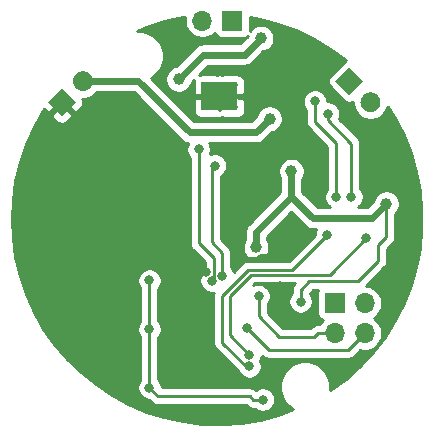
<source format=gbr>
%TF.GenerationSoftware,KiCad,Pcbnew,(5.1.6)-1*%
%TF.CreationDate,2020-09-12T21:12:53+02:00*%
%TF.ProjectId,shock absorber control + IMU v3,73686f63-6b20-4616-9273-6f7262657220,rev?*%
%TF.SameCoordinates,Original*%
%TF.FileFunction,Copper,L2,Bot*%
%TF.FilePolarity,Positive*%
%FSLAX46Y46*%
G04 Gerber Fmt 4.6, Leading zero omitted, Abs format (unit mm)*
G04 Created by KiCad (PCBNEW (5.1.6)-1) date 2020-09-12 21:12:53*
%MOMM*%
%LPD*%
G01*
G04 APERTURE LIST*
%TA.AperFunction,ComponentPad*%
%ADD10O,1.700000X1.700000*%
%TD*%
%TA.AperFunction,ComponentPad*%
%ADD11R,1.700000X1.700000*%
%TD*%
%TA.AperFunction,ComponentPad*%
%ADD12C,0.100000*%
%TD*%
%TA.AperFunction,Conductor*%
%ADD13R,3.100000X2.410000*%
%TD*%
%TA.AperFunction,ViaPad*%
%ADD14C,0.500000*%
%TD*%
%TA.AperFunction,ViaPad*%
%ADD15C,1.000000*%
%TD*%
%TA.AperFunction,ViaPad*%
%ADD16C,0.800000*%
%TD*%
%TA.AperFunction,Conductor*%
%ADD17C,0.500000*%
%TD*%
%TA.AperFunction,Conductor*%
%ADD18C,0.250000*%
%TD*%
%TA.AperFunction,Conductor*%
%ADD19C,0.600000*%
%TD*%
%TA.AperFunction,Conductor*%
%ADD20C,0.254000*%
%TD*%
G04 APERTURE END LIST*
D10*
%TO.P,J3,4*%
%TO.N,/SWDIO*%
X157540000Y-104640000D03*
%TO.P,J3,3*%
%TO.N,/SWDCLK*%
X155000000Y-104640000D03*
%TO.P,J3,2*%
%TO.N,/UART_TX*%
X157540000Y-102100000D03*
D11*
%TO.P,J3,1*%
%TO.N,/UART_RX*%
X155000000Y-102100000D03*
%TD*%
%TO.P,J4,2*%
%TO.N,Net-(J4-Pad2)*%
%TA.AperFunction,ComponentPad*%
G36*
G01*
X157420010Y-85697092D02*
X157420010Y-85697092D01*
G75*
G02*
X157420010Y-84495010I601041J601041D01*
G01*
X157420010Y-84495010D01*
G75*
G02*
X158622092Y-84495010I601041J-601041D01*
G01*
X158622092Y-84495010D01*
G75*
G02*
X158622092Y-85697092I-601041J-601041D01*
G01*
X158622092Y-85697092D01*
G75*
G02*
X157420010Y-85697092I-601041J601041D01*
G01*
G37*
%TD.AperFunction*%
%TA.AperFunction,ComponentPad*%
D12*
%TO.P,J4,1*%
%TO.N,Net-(J4-Pad1)*%
G36*
X156225000Y-84502082D02*
G01*
X155022918Y-83300000D01*
X156225000Y-82097918D01*
X157427082Y-83300000D01*
X156225000Y-84502082D01*
G37*
%TD.AperFunction*%
%TD*%
%TO.P,J1,2*%
%TO.N,VCC*%
%TA.AperFunction,ComponentPad*%
G36*
G01*
X134276041Y-83901041D02*
X134276041Y-83901041D01*
G75*
G02*
X133073959Y-83901041I-601041J601041D01*
G01*
X133073959Y-83901041D01*
G75*
G02*
X133073959Y-82698959I601041J601041D01*
G01*
X133073959Y-82698959D01*
G75*
G02*
X134276041Y-82698959I601041J-601041D01*
G01*
X134276041Y-82698959D01*
G75*
G02*
X134276041Y-83901041I-601041J-601041D01*
G01*
G37*
%TD.AperFunction*%
%TA.AperFunction,ComponentPad*%
%TO.P,J1,1*%
%TO.N,GND*%
G36*
X133081031Y-85096051D02*
G01*
X131878949Y-86298133D01*
X130676867Y-85096051D01*
X131878949Y-83893969D01*
X133081031Y-85096051D01*
G37*
%TD.AperFunction*%
%TD*%
D10*
%TO.P,J2,2*%
%TO.N,Net-(J2-Pad2)*%
X143785000Y-78175000D03*
D11*
%TO.P,J2,1*%
%TO.N,Net-(J2-Pad1)*%
X146325000Y-78175000D03*
%TD*%
D13*
%TO.N,GND*%
%TO.C,U4*%
X145225000Y-84575000D03*
D14*
X146525000Y-83620000D03*
X146525000Y-85530000D03*
X145225000Y-83620000D03*
X145225000Y-85530000D03*
X143925000Y-83620000D03*
X143925000Y-85530000D03*
%TD*%
D15*
%TO.N,GND*%
X150900000Y-98100000D03*
%TO.N,+3V3*%
X148325000Y-97375000D03*
D16*
%TO.N,GND*%
X134425000Y-108125000D03*
X141350000Y-80300000D03*
X160650000Y-90275000D03*
X136225000Y-84825000D03*
X148300000Y-93550000D03*
X148275000Y-92550000D03*
X144075000Y-99450000D03*
X141950000Y-93750000D03*
X136425000Y-86800000D03*
X133375000Y-96475000D03*
X133500000Y-98650000D03*
X147075000Y-97025000D03*
X140600000Y-101625000D03*
X137900000Y-106925000D03*
X159800000Y-98400000D03*
X132100000Y-105200000D03*
X137725000Y-101200000D03*
X138800000Y-94175000D03*
X152174990Y-103950000D03*
X157775000Y-87725000D03*
X146150000Y-111750000D03*
X141575000Y-111475000D03*
D15*
X150375000Y-100700000D03*
D16*
%TO.N,+3V3*%
X139300000Y-104300000D03*
X152110000Y-101970000D03*
D15*
X151325000Y-90925000D03*
D16*
X139300000Y-100175000D03*
X139300000Y-109250000D03*
X148900000Y-110275000D03*
D15*
X148750000Y-79675000D03*
X141775000Y-83150000D03*
X159370000Y-93690000D03*
%TO.N,VCC*%
X149470000Y-86480000D03*
D16*
%TO.N,/I2C_SDA*%
X144575000Y-100200000D03*
X143475000Y-89075000D03*
%TO.N,/I2C_SCL*%
X145450000Y-99775000D03*
X144850000Y-90450000D03*
%TO.N,/SHDN*%
X147775000Y-107450000D03*
X154325000Y-96350000D03*
%TO.N,/MODE*%
X147775000Y-106475000D03*
X157680000Y-96625000D03*
%TO.N,Net-(J4-Pad2)*%
X156410000Y-93100000D03*
X154410000Y-86050000D03*
%TO.N,Net-(J4-Pad1)*%
X155140000Y-93110000D03*
X153320000Y-85020000D03*
%TO.N,/SWDCLK*%
X148550000Y-101500000D03*
%TO.N,/SWDIO*%
X147550000Y-104200000D03*
%TD*%
D17*
%TO.N,GND*%
X148508002Y-98450000D02*
X146975000Y-98450000D01*
X148758002Y-98200000D02*
X148508002Y-98450000D01*
X150900000Y-98100000D02*
X150800000Y-98200000D01*
X150800000Y-98200000D02*
X148758002Y-98200000D01*
D18*
%TO.N,+3V3*%
X139300000Y-100175000D02*
X139300000Y-104300000D01*
X139300000Y-104300000D02*
X139300000Y-109250000D01*
D19*
X141775000Y-83150000D02*
X143875000Y-81050000D01*
X147375000Y-81050000D02*
X148750000Y-79675000D01*
X143875000Y-81050000D02*
X147375000Y-81050000D01*
X159370000Y-93690000D02*
X158140000Y-94920000D01*
X158140000Y-94920000D02*
X153150000Y-94920000D01*
X151325000Y-93095000D02*
X151325000Y-90925000D01*
X153150000Y-94920000D02*
X151325000Y-93095000D01*
D18*
X152105000Y-101970000D02*
X152110000Y-101970000D01*
X140050000Y-110000000D02*
X139300000Y-109250000D01*
X147825000Y-110000000D02*
X140050000Y-110000000D01*
X148900000Y-110275000D02*
X148100000Y-110275000D01*
X148100000Y-110275000D02*
X147825000Y-110000000D01*
D19*
X148325000Y-96095000D02*
X151325000Y-93095000D01*
X148325000Y-97375000D02*
X148325000Y-96095000D01*
D18*
X152110000Y-101970000D02*
X152110000Y-100990000D01*
X152110000Y-100990000D02*
X152850000Y-100250000D01*
X152850000Y-100250000D02*
X156925000Y-100250000D01*
X156925000Y-100250000D02*
X158675000Y-98500000D01*
X158675000Y-98500000D02*
X158675000Y-97200000D01*
X159370000Y-96505000D02*
X159370000Y-93690000D01*
X158675000Y-97200000D02*
X159370000Y-96505000D01*
D19*
%TO.N,VCC*%
X133675000Y-83300000D02*
X138370000Y-83300000D01*
X138370000Y-83300000D02*
X142710000Y-87640000D01*
X148310000Y-87640000D02*
X149470000Y-86480000D01*
X142710000Y-87640000D02*
X148310000Y-87640000D01*
D18*
%TO.N,/I2C_SDA*%
X144750000Y-98300000D02*
X143475000Y-97025000D01*
X143475000Y-97025000D02*
X143475000Y-89075000D01*
X144575000Y-100200000D02*
X144750000Y-100025000D01*
X144750000Y-100025000D02*
X144750000Y-98300000D01*
%TO.N,/I2C_SCL*%
X144575000Y-96950000D02*
X145450000Y-97825000D01*
X145450000Y-97825000D02*
X145450000Y-99775000D01*
X144850000Y-90450000D02*
X144575000Y-90725000D01*
X144575000Y-90725000D02*
X144575000Y-96950000D01*
%TO.N,/SHDN*%
X151400000Y-99275000D02*
X154325000Y-96350000D01*
X147450000Y-107450000D02*
X145450000Y-105450000D01*
X147775000Y-107450000D02*
X147450000Y-107450000D01*
X145450000Y-105450000D02*
X145450000Y-101475000D01*
X145450000Y-101475000D02*
X147650000Y-99275000D01*
X147650000Y-99275000D02*
X151400000Y-99275000D01*
%TO.N,/MODE*%
X154630000Y-99675000D02*
X157680000Y-96625000D01*
X147925000Y-99675000D02*
X154630000Y-99675000D01*
X146100000Y-101500000D02*
X147925000Y-99675000D01*
X147775000Y-106475000D02*
X146100000Y-104800000D01*
X146100000Y-104800000D02*
X146100000Y-101500000D01*
%TO.N,Net-(J4-Pad2)*%
X156410000Y-93100000D02*
X156410000Y-88635000D01*
X156410000Y-88635000D02*
X154400000Y-86625000D01*
X154400000Y-86060000D02*
X154410000Y-86050000D01*
X154400000Y-86625000D02*
X154400000Y-86060000D01*
%TO.N,Net-(J4-Pad1)*%
X155140000Y-93110000D02*
X155140000Y-88565000D01*
X153320000Y-86745000D02*
X153320000Y-85020000D01*
X155140000Y-88565000D02*
X153320000Y-86745000D01*
%TO.N,/UART_RX*%
X155100000Y-102415000D02*
X155100000Y-102400000D01*
X154840000Y-102675000D02*
X155100000Y-102415000D01*
%TO.N,/SWDCLK*%
X148550000Y-101500000D02*
X148550000Y-103225000D01*
X148550000Y-103225000D02*
X150275000Y-104950000D01*
X150275000Y-104950000D02*
X153225000Y-104950000D01*
X153535000Y-104640000D02*
X155000000Y-104640000D01*
X153225000Y-104950000D02*
X153535000Y-104640000D01*
%TO.N,/SWDIO*%
X147550000Y-104200000D02*
X149425000Y-106075000D01*
X156105000Y-106075000D02*
X157540000Y-104640000D01*
X149425000Y-106075000D02*
X156105000Y-106075000D01*
%TD*%
D20*
%TO.N,GND*%
G36*
X142300000Y-78028740D02*
G01*
X142300000Y-78321260D01*
X142357068Y-78608158D01*
X142469010Y-78878411D01*
X142631525Y-79121632D01*
X142838368Y-79328475D01*
X143081589Y-79490990D01*
X143351842Y-79602932D01*
X143638740Y-79660000D01*
X143931260Y-79660000D01*
X144218158Y-79602932D01*
X144488411Y-79490990D01*
X144731632Y-79328475D01*
X144863487Y-79196620D01*
X144885498Y-79269180D01*
X144944463Y-79379494D01*
X145023815Y-79476185D01*
X145120506Y-79555537D01*
X145230820Y-79614502D01*
X145350518Y-79650812D01*
X145475000Y-79663072D01*
X147175000Y-79663072D01*
X147299482Y-79650812D01*
X147419180Y-79614502D01*
X147529494Y-79555537D01*
X147626185Y-79476185D01*
X147634270Y-79466333D01*
X147633747Y-79468964D01*
X146987711Y-80115000D01*
X143920924Y-80115000D01*
X143874999Y-80110477D01*
X143829074Y-80115000D01*
X143829068Y-80115000D01*
X143710110Y-80126717D01*
X143691707Y-80128529D01*
X143638243Y-80144747D01*
X143515460Y-80181993D01*
X143353028Y-80268814D01*
X143210656Y-80385656D01*
X143181376Y-80421334D01*
X141568964Y-82033747D01*
X141443933Y-82058617D01*
X141237376Y-82144176D01*
X141051480Y-82268388D01*
X140893388Y-82426480D01*
X140769176Y-82612376D01*
X140683617Y-82818933D01*
X140640000Y-83038212D01*
X140640000Y-83261788D01*
X140683617Y-83481067D01*
X140769176Y-83687624D01*
X140893388Y-83873520D01*
X141051480Y-84031612D01*
X141237376Y-84155824D01*
X141443933Y-84241383D01*
X141663212Y-84285000D01*
X141886788Y-84285000D01*
X142106067Y-84241383D01*
X142312624Y-84155824D01*
X142498520Y-84031612D01*
X142656612Y-83873520D01*
X142780824Y-83687624D01*
X142866383Y-83481067D01*
X142891253Y-83356036D01*
X143069835Y-83177454D01*
X143049188Y-83245518D01*
X143036928Y-83370000D01*
X143040000Y-84289250D01*
X143198750Y-84448000D01*
X143611445Y-84448000D01*
X143667974Y-84471328D01*
X143838998Y-84505113D01*
X144013328Y-84504884D01*
X144184264Y-84470649D01*
X144238944Y-84448000D01*
X144911445Y-84448000D01*
X144967974Y-84471328D01*
X145138998Y-84505113D01*
X145313328Y-84504884D01*
X145484264Y-84470649D01*
X145538944Y-84448000D01*
X146211445Y-84448000D01*
X146267974Y-84471328D01*
X146438998Y-84505113D01*
X146613328Y-84504884D01*
X146784264Y-84470649D01*
X146838944Y-84448000D01*
X147251250Y-84448000D01*
X147410000Y-84289250D01*
X147413072Y-83370000D01*
X147400812Y-83245518D01*
X147364502Y-83125820D01*
X147305537Y-83015506D01*
X147226185Y-82918815D01*
X147129494Y-82839463D01*
X147019180Y-82780498D01*
X146899482Y-82744188D01*
X146775000Y-82731928D01*
X145510750Y-82735000D01*
X145477894Y-82767856D01*
X145352002Y-82742986D01*
X145352002Y-82735000D01*
X145311574Y-82735000D01*
X145311002Y-82734887D01*
X145224979Y-82735000D01*
X145097998Y-82735000D01*
X145097998Y-82742862D01*
X144972289Y-82768039D01*
X144939250Y-82735000D01*
X143675000Y-82731928D01*
X143550518Y-82744188D01*
X143482455Y-82764835D01*
X144262290Y-81985000D01*
X147329068Y-81985000D01*
X147375000Y-81989524D01*
X147420932Y-81985000D01*
X147558292Y-81971471D01*
X147734540Y-81918007D01*
X147896972Y-81831186D01*
X148039344Y-81714344D01*
X148068630Y-81678659D01*
X148956036Y-80791253D01*
X149081067Y-80766383D01*
X149287624Y-80680824D01*
X149473520Y-80556612D01*
X149631612Y-80398520D01*
X149755824Y-80212624D01*
X149841383Y-80006067D01*
X149885000Y-79786788D01*
X149885000Y-79563212D01*
X149841383Y-79343933D01*
X149755824Y-79137376D01*
X149631612Y-78951480D01*
X149473520Y-78793388D01*
X149287624Y-78669176D01*
X149081067Y-78583617D01*
X148861788Y-78540000D01*
X148638212Y-78540000D01*
X148418933Y-78583617D01*
X148212376Y-78669176D01*
X148026480Y-78793388D01*
X147868388Y-78951480D01*
X147812002Y-79035868D01*
X147813072Y-79025000D01*
X147813072Y-77901980D01*
X148633148Y-78037787D01*
X150205551Y-78452533D01*
X151732207Y-79012698D01*
X153199701Y-79713361D01*
X154595135Y-80548363D01*
X155906246Y-81510366D01*
X155932875Y-81534043D01*
X155870506Y-81567381D01*
X155773815Y-81646733D01*
X154571733Y-82848815D01*
X154492381Y-82945506D01*
X154433416Y-83055820D01*
X154397106Y-83175518D01*
X154384846Y-83300000D01*
X154397106Y-83424482D01*
X154433416Y-83544180D01*
X154492381Y-83654494D01*
X154571733Y-83751185D01*
X155773815Y-84953267D01*
X155870506Y-85032619D01*
X155980820Y-85091584D01*
X156100518Y-85127894D01*
X156225000Y-85140154D01*
X156349482Y-85127894D01*
X156469180Y-85091584D01*
X156536051Y-85055840D01*
X156536051Y-85242311D01*
X156593119Y-85529209D01*
X156705061Y-85799462D01*
X156867576Y-86042683D01*
X157074419Y-86249526D01*
X157317640Y-86412041D01*
X157587893Y-86523983D01*
X157874791Y-86581051D01*
X158167311Y-86581051D01*
X158454209Y-86523983D01*
X158724462Y-86412041D01*
X158967683Y-86249526D01*
X159174526Y-86042683D01*
X159337041Y-85799462D01*
X159448983Y-85529209D01*
X159464369Y-85451858D01*
X160090216Y-86444195D01*
X160825088Y-87894859D01*
X161420888Y-89407964D01*
X161872381Y-90970212D01*
X162175599Y-92567874D01*
X162327877Y-94186910D01*
X162327877Y-95813090D01*
X162175599Y-97432126D01*
X161872381Y-99029788D01*
X161420888Y-100592036D01*
X160825088Y-102105141D01*
X160090216Y-103555805D01*
X159222731Y-104931281D01*
X158230256Y-106219481D01*
X157121513Y-107409083D01*
X155906246Y-108489634D01*
X154597085Y-109450206D01*
X154610000Y-109385279D01*
X154610000Y-108964721D01*
X154527953Y-108552244D01*
X154367012Y-108163698D01*
X154133363Y-107814017D01*
X153835983Y-107516637D01*
X153486302Y-107282988D01*
X153097756Y-107122047D01*
X152685279Y-107040000D01*
X152264721Y-107040000D01*
X151852244Y-107122047D01*
X151463698Y-107282988D01*
X151114017Y-107516637D01*
X150816637Y-107814017D01*
X150582988Y-108163698D01*
X150422047Y-108552244D01*
X150340000Y-108964721D01*
X150340000Y-109385279D01*
X150422047Y-109797756D01*
X150582988Y-110186302D01*
X150816637Y-110535983D01*
X151114017Y-110833363D01*
X151463698Y-111067012D01*
X151487781Y-111076987D01*
X150205551Y-111547467D01*
X148633148Y-111962213D01*
X147028817Y-112227894D01*
X145406657Y-112342176D01*
X143780923Y-112304054D01*
X142165902Y-112113863D01*
X140575788Y-111773276D01*
X139024553Y-111285284D01*
X137525831Y-110654176D01*
X136092792Y-109885499D01*
X134738031Y-108986008D01*
X133473451Y-107963607D01*
X132310168Y-106827281D01*
X131258403Y-105587017D01*
X130327399Y-104253714D01*
X129525340Y-102839089D01*
X128859272Y-101355574D01*
X128422520Y-100073061D01*
X138265000Y-100073061D01*
X138265000Y-100276939D01*
X138304774Y-100476898D01*
X138382795Y-100665256D01*
X138496063Y-100834774D01*
X138540000Y-100878711D01*
X138540001Y-103596288D01*
X138496063Y-103640226D01*
X138382795Y-103809744D01*
X138304774Y-103998102D01*
X138265000Y-104198061D01*
X138265000Y-104401939D01*
X138304774Y-104601898D01*
X138382795Y-104790256D01*
X138496063Y-104959774D01*
X138540000Y-105003711D01*
X138540001Y-108546288D01*
X138496063Y-108590226D01*
X138382795Y-108759744D01*
X138304774Y-108948102D01*
X138265000Y-109148061D01*
X138265000Y-109351939D01*
X138304774Y-109551898D01*
X138382795Y-109740256D01*
X138496063Y-109909774D01*
X138640226Y-110053937D01*
X138809744Y-110167205D01*
X138998102Y-110245226D01*
X139198061Y-110285000D01*
X139260198Y-110285000D01*
X139486201Y-110511002D01*
X139509999Y-110540001D01*
X139625724Y-110634974D01*
X139757753Y-110705546D01*
X139901014Y-110749003D01*
X140012667Y-110760000D01*
X140012676Y-110760000D01*
X140049999Y-110763676D01*
X140087322Y-110760000D01*
X147510199Y-110760000D01*
X147536196Y-110785997D01*
X147559999Y-110815001D01*
X147675724Y-110909974D01*
X147807753Y-110980546D01*
X147951014Y-111024003D01*
X148062667Y-111035000D01*
X148062675Y-111035000D01*
X148100000Y-111038676D01*
X148137325Y-111035000D01*
X148196289Y-111035000D01*
X148240226Y-111078937D01*
X148409744Y-111192205D01*
X148598102Y-111270226D01*
X148798061Y-111310000D01*
X149001939Y-111310000D01*
X149201898Y-111270226D01*
X149390256Y-111192205D01*
X149559774Y-111078937D01*
X149703937Y-110934774D01*
X149817205Y-110765256D01*
X149895226Y-110576898D01*
X149935000Y-110376939D01*
X149935000Y-110173061D01*
X149895226Y-109973102D01*
X149817205Y-109784744D01*
X149703937Y-109615226D01*
X149559774Y-109471063D01*
X149390256Y-109357795D01*
X149201898Y-109279774D01*
X149001939Y-109240000D01*
X148798061Y-109240000D01*
X148598102Y-109279774D01*
X148409744Y-109357795D01*
X148316435Y-109420142D01*
X148249276Y-109365026D01*
X148117247Y-109294454D01*
X147973986Y-109250997D01*
X147862333Y-109240000D01*
X147862322Y-109240000D01*
X147825000Y-109236324D01*
X147787678Y-109240000D01*
X140364802Y-109240000D01*
X140335000Y-109210198D01*
X140335000Y-109148061D01*
X140295226Y-108948102D01*
X140217205Y-108759744D01*
X140103937Y-108590226D01*
X140060000Y-108546289D01*
X140060000Y-105003711D01*
X140103937Y-104959774D01*
X140217205Y-104790256D01*
X140295226Y-104601898D01*
X140335000Y-104401939D01*
X140335000Y-104198061D01*
X140295226Y-103998102D01*
X140217205Y-103809744D01*
X140103937Y-103640226D01*
X140060000Y-103596289D01*
X140060000Y-100878711D01*
X140103937Y-100834774D01*
X140217205Y-100665256D01*
X140295226Y-100476898D01*
X140335000Y-100276939D01*
X140335000Y-100073061D01*
X140295226Y-99873102D01*
X140217205Y-99684744D01*
X140103937Y-99515226D01*
X139959774Y-99371063D01*
X139790256Y-99257795D01*
X139601898Y-99179774D01*
X139401939Y-99140000D01*
X139198061Y-99140000D01*
X138998102Y-99179774D01*
X138809744Y-99257795D01*
X138640226Y-99371063D01*
X138496063Y-99515226D01*
X138382795Y-99684744D01*
X138304774Y-99873102D01*
X138265000Y-100073061D01*
X128422520Y-100073061D01*
X128335049Y-99816205D01*
X127957278Y-98234512D01*
X127729280Y-96624394D01*
X127653057Y-95000000D01*
X127729280Y-93375606D01*
X127957278Y-91765488D01*
X128335049Y-90183795D01*
X128859272Y-88644426D01*
X129525340Y-87160911D01*
X130113440Y-86123654D01*
X131030951Y-86123654D01*
X131030951Y-86348160D01*
X131427764Y-86749318D01*
X131524455Y-86828671D01*
X131634769Y-86887635D01*
X131754468Y-86923944D01*
X131878949Y-86936204D01*
X132003430Y-86923944D01*
X132123129Y-86887635D01*
X132233443Y-86828671D01*
X132330134Y-86749318D01*
X132726947Y-86348160D01*
X132726947Y-86123654D01*
X131878949Y-85275656D01*
X131030951Y-86123654D01*
X130113440Y-86123654D01*
X130327399Y-85746286D01*
X130368053Y-85688065D01*
X130626840Y-85944049D01*
X130851346Y-85944049D01*
X131699344Y-85096051D01*
X131685202Y-85081909D01*
X131864807Y-84902304D01*
X131878949Y-84916446D01*
X131893092Y-84902304D01*
X132072697Y-85081909D01*
X132058554Y-85096051D01*
X132906552Y-85944049D01*
X133131058Y-85944049D01*
X133532216Y-85547236D01*
X133611569Y-85450545D01*
X133670533Y-85340231D01*
X133706842Y-85220532D01*
X133719102Y-85096051D01*
X133706842Y-84971570D01*
X133670533Y-84851871D01*
X133634790Y-84785000D01*
X133821260Y-84785000D01*
X134108158Y-84727932D01*
X134378411Y-84615990D01*
X134621632Y-84453475D01*
X134828475Y-84246632D01*
X134836247Y-84235000D01*
X137982711Y-84235000D01*
X142016370Y-88268659D01*
X142045656Y-88304344D01*
X142188028Y-88421186D01*
X142350460Y-88508007D01*
X142526708Y-88561471D01*
X142570466Y-88565781D01*
X142557795Y-88584744D01*
X142479774Y-88773102D01*
X142440000Y-88973061D01*
X142440000Y-89176939D01*
X142479774Y-89376898D01*
X142557795Y-89565256D01*
X142671063Y-89734774D01*
X142715001Y-89778712D01*
X142715000Y-96987678D01*
X142711324Y-97025000D01*
X142715000Y-97062322D01*
X142715000Y-97062332D01*
X142725997Y-97173985D01*
X142754721Y-97268677D01*
X142769454Y-97317246D01*
X142840026Y-97449276D01*
X142870812Y-97486788D01*
X142934999Y-97565001D01*
X142964003Y-97588804D01*
X143990001Y-98614803D01*
X143990000Y-99346100D01*
X143915226Y-99396063D01*
X143771063Y-99540226D01*
X143657795Y-99709744D01*
X143579774Y-99898102D01*
X143540000Y-100098061D01*
X143540000Y-100301939D01*
X143579774Y-100501898D01*
X143657795Y-100690256D01*
X143771063Y-100859774D01*
X143915226Y-101003937D01*
X144084744Y-101117205D01*
X144273102Y-101195226D01*
X144473061Y-101235000D01*
X144676939Y-101235000D01*
X144731924Y-101224063D01*
X144700998Y-101326015D01*
X144686324Y-101475000D01*
X144690001Y-101512332D01*
X144690000Y-105412677D01*
X144686324Y-105450000D01*
X144690000Y-105487322D01*
X144690000Y-105487332D01*
X144700997Y-105598985D01*
X144735788Y-105713676D01*
X144744454Y-105742246D01*
X144815026Y-105874276D01*
X144854871Y-105922826D01*
X144909999Y-105990001D01*
X144939003Y-106013804D01*
X146852379Y-107927181D01*
X146857795Y-107940256D01*
X146971063Y-108109774D01*
X147115226Y-108253937D01*
X147284744Y-108367205D01*
X147473102Y-108445226D01*
X147673061Y-108485000D01*
X147876939Y-108485000D01*
X148076898Y-108445226D01*
X148265256Y-108367205D01*
X148434774Y-108253937D01*
X148578937Y-108109774D01*
X148692205Y-107940256D01*
X148770226Y-107751898D01*
X148810000Y-107551939D01*
X148810000Y-107348061D01*
X148770226Y-107148102D01*
X148693347Y-106962500D01*
X148770226Y-106776898D01*
X148810000Y-106576939D01*
X148810000Y-106534803D01*
X148861205Y-106586008D01*
X148884999Y-106615001D01*
X148913992Y-106638795D01*
X148913996Y-106638799D01*
X148984685Y-106696811D01*
X149000724Y-106709974D01*
X149132753Y-106780546D01*
X149276014Y-106824003D01*
X149387667Y-106835000D01*
X149387676Y-106835000D01*
X149424999Y-106838676D01*
X149462322Y-106835000D01*
X156067678Y-106835000D01*
X156105000Y-106838676D01*
X156142322Y-106835000D01*
X156142333Y-106835000D01*
X156253986Y-106824003D01*
X156397247Y-106780546D01*
X156529276Y-106709974D01*
X156645001Y-106615001D01*
X156668803Y-106585998D01*
X157173592Y-106081210D01*
X157393740Y-106125000D01*
X157686260Y-106125000D01*
X157973158Y-106067932D01*
X158243411Y-105955990D01*
X158486632Y-105793475D01*
X158693475Y-105586632D01*
X158855990Y-105343411D01*
X158967932Y-105073158D01*
X159025000Y-104786260D01*
X159025000Y-104493740D01*
X158967932Y-104206842D01*
X158855990Y-103936589D01*
X158693475Y-103693368D01*
X158486632Y-103486525D01*
X158312240Y-103370000D01*
X158486632Y-103253475D01*
X158693475Y-103046632D01*
X158855990Y-102803411D01*
X158967932Y-102533158D01*
X159025000Y-102246260D01*
X159025000Y-101953740D01*
X158967932Y-101666842D01*
X158855990Y-101396589D01*
X158693475Y-101153368D01*
X158486632Y-100946525D01*
X158243411Y-100784010D01*
X157973158Y-100672068D01*
X157686260Y-100615000D01*
X157634801Y-100615000D01*
X159186004Y-99063798D01*
X159215001Y-99040001D01*
X159309974Y-98924276D01*
X159380546Y-98792247D01*
X159424003Y-98648986D01*
X159435000Y-98537333D01*
X159435000Y-98537325D01*
X159438676Y-98500000D01*
X159435000Y-98462675D01*
X159435000Y-97514802D01*
X159881009Y-97068794D01*
X159910001Y-97045001D01*
X159933795Y-97016008D01*
X159933799Y-97016004D01*
X160004973Y-96929277D01*
X160004974Y-96929276D01*
X160075546Y-96797247D01*
X160119003Y-96653986D01*
X160130000Y-96542333D01*
X160130000Y-96542324D01*
X160133676Y-96505001D01*
X160130000Y-96467678D01*
X160130000Y-94535132D01*
X160251612Y-94413520D01*
X160375824Y-94227624D01*
X160461383Y-94021067D01*
X160505000Y-93801788D01*
X160505000Y-93578212D01*
X160461383Y-93358933D01*
X160375824Y-93152376D01*
X160251612Y-92966480D01*
X160093520Y-92808388D01*
X159907624Y-92684176D01*
X159701067Y-92598617D01*
X159481788Y-92555000D01*
X159258212Y-92555000D01*
X159038933Y-92598617D01*
X158832376Y-92684176D01*
X158646480Y-92808388D01*
X158488388Y-92966480D01*
X158364176Y-93152376D01*
X158278617Y-93358933D01*
X158253747Y-93483964D01*
X157752711Y-93985000D01*
X156948454Y-93985000D01*
X157069774Y-93903937D01*
X157213937Y-93759774D01*
X157327205Y-93590256D01*
X157405226Y-93401898D01*
X157445000Y-93201939D01*
X157445000Y-92998061D01*
X157405226Y-92798102D01*
X157327205Y-92609744D01*
X157213937Y-92440226D01*
X157170000Y-92396289D01*
X157170000Y-88672322D01*
X157173676Y-88634999D01*
X157170000Y-88597676D01*
X157170000Y-88597667D01*
X157159003Y-88486014D01*
X157115546Y-88342753D01*
X157044974Y-88210724D01*
X156950001Y-88094999D01*
X156921003Y-88071201D01*
X155345614Y-86495813D01*
X155405226Y-86351898D01*
X155445000Y-86151939D01*
X155445000Y-85948061D01*
X155405226Y-85748102D01*
X155327205Y-85559744D01*
X155213937Y-85390226D01*
X155069774Y-85246063D01*
X154900256Y-85132795D01*
X154711898Y-85054774D01*
X154511939Y-85015000D01*
X154355000Y-85015000D01*
X154355000Y-84918061D01*
X154315226Y-84718102D01*
X154237205Y-84529744D01*
X154123937Y-84360226D01*
X153979774Y-84216063D01*
X153810256Y-84102795D01*
X153621898Y-84024774D01*
X153421939Y-83985000D01*
X153218061Y-83985000D01*
X153018102Y-84024774D01*
X152829744Y-84102795D01*
X152660226Y-84216063D01*
X152516063Y-84360226D01*
X152402795Y-84529744D01*
X152324774Y-84718102D01*
X152285000Y-84918061D01*
X152285000Y-85121939D01*
X152324774Y-85321898D01*
X152402795Y-85510256D01*
X152516063Y-85679774D01*
X152560001Y-85723712D01*
X152560000Y-86707677D01*
X152556324Y-86745000D01*
X152560000Y-86782322D01*
X152560000Y-86782332D01*
X152570997Y-86893985D01*
X152603754Y-87001972D01*
X152614454Y-87037246D01*
X152685026Y-87169276D01*
X152713130Y-87203520D01*
X152779999Y-87285001D01*
X152809003Y-87308804D01*
X154380001Y-88879803D01*
X154380000Y-92406289D01*
X154336063Y-92450226D01*
X154222795Y-92619744D01*
X154144774Y-92808102D01*
X154105000Y-93008061D01*
X154105000Y-93211939D01*
X154144774Y-93411898D01*
X154222795Y-93600256D01*
X154336063Y-93769774D01*
X154480226Y-93913937D01*
X154586580Y-93985000D01*
X153537289Y-93985000D01*
X152260000Y-92707711D01*
X152260000Y-91568619D01*
X152330824Y-91462624D01*
X152416383Y-91256067D01*
X152460000Y-91036788D01*
X152460000Y-90813212D01*
X152416383Y-90593933D01*
X152330824Y-90387376D01*
X152206612Y-90201480D01*
X152048520Y-90043388D01*
X151862624Y-89919176D01*
X151656067Y-89833617D01*
X151436788Y-89790000D01*
X151213212Y-89790000D01*
X150993933Y-89833617D01*
X150787376Y-89919176D01*
X150601480Y-90043388D01*
X150443388Y-90201480D01*
X150319176Y-90387376D01*
X150233617Y-90593933D01*
X150190000Y-90813212D01*
X150190000Y-91036788D01*
X150233617Y-91256067D01*
X150319176Y-91462624D01*
X150390001Y-91568620D01*
X150390000Y-92707711D01*
X147696336Y-95401375D01*
X147660657Y-95430656D01*
X147543815Y-95573028D01*
X147481172Y-95690226D01*
X147456994Y-95735460D01*
X147403529Y-95911709D01*
X147385476Y-96095000D01*
X147390001Y-96140941D01*
X147390001Y-96731380D01*
X147319176Y-96837376D01*
X147233617Y-97043933D01*
X147190000Y-97263212D01*
X147190000Y-97486788D01*
X147233617Y-97706067D01*
X147319176Y-97912624D01*
X147443388Y-98098520D01*
X147601480Y-98256612D01*
X147787376Y-98380824D01*
X147993933Y-98466383D01*
X148213212Y-98510000D01*
X148436788Y-98510000D01*
X148656067Y-98466383D01*
X148862624Y-98380824D01*
X149048520Y-98256612D01*
X149206612Y-98098520D01*
X149330824Y-97912624D01*
X149416383Y-97706067D01*
X149460000Y-97486788D01*
X149460000Y-97263212D01*
X149416383Y-97043933D01*
X149330824Y-96837376D01*
X149260000Y-96731381D01*
X149260000Y-96482289D01*
X151325000Y-94417289D01*
X152456370Y-95548659D01*
X152485656Y-95584344D01*
X152628028Y-95701186D01*
X152790460Y-95788007D01*
X152862828Y-95809959D01*
X152966708Y-95841472D01*
X153150000Y-95859524D01*
X153195935Y-95855000D01*
X153410965Y-95855000D01*
X153407795Y-95859744D01*
X153329774Y-96048102D01*
X153290000Y-96248061D01*
X153290000Y-96310198D01*
X151085199Y-98515000D01*
X147687323Y-98515000D01*
X147650000Y-98511324D01*
X147612677Y-98515000D01*
X147612667Y-98515000D01*
X147501014Y-98525997D01*
X147357753Y-98569454D01*
X147225724Y-98640026D01*
X147109999Y-98734999D01*
X147086201Y-98763997D01*
X146425271Y-99424927D01*
X146367205Y-99284744D01*
X146253937Y-99115226D01*
X146210000Y-99071289D01*
X146210000Y-97862323D01*
X146213676Y-97825000D01*
X146210000Y-97787677D01*
X146210000Y-97787667D01*
X146199003Y-97676014D01*
X146155546Y-97532753D01*
X146084974Y-97400724D01*
X145990001Y-97284999D01*
X145961004Y-97261202D01*
X145335000Y-96635199D01*
X145335000Y-91369382D01*
X145340256Y-91367205D01*
X145509774Y-91253937D01*
X145653937Y-91109774D01*
X145767205Y-90940256D01*
X145845226Y-90751898D01*
X145885000Y-90551939D01*
X145885000Y-90348061D01*
X145845226Y-90148102D01*
X145767205Y-89959744D01*
X145653937Y-89790226D01*
X145509774Y-89646063D01*
X145340256Y-89532795D01*
X145151898Y-89454774D01*
X144951939Y-89415000D01*
X144748061Y-89415000D01*
X144548102Y-89454774D01*
X144415159Y-89509841D01*
X144470226Y-89376898D01*
X144510000Y-89176939D01*
X144510000Y-88973061D01*
X144470226Y-88773102D01*
X144392205Y-88584744D01*
X144385694Y-88575000D01*
X148264068Y-88575000D01*
X148310000Y-88579524D01*
X148355932Y-88575000D01*
X148493292Y-88561471D01*
X148669540Y-88508007D01*
X148831972Y-88421186D01*
X148974344Y-88304344D01*
X149003630Y-88268659D01*
X149676036Y-87596253D01*
X149801067Y-87571383D01*
X150007624Y-87485824D01*
X150193520Y-87361612D01*
X150351612Y-87203520D01*
X150475824Y-87017624D01*
X150561383Y-86811067D01*
X150605000Y-86591788D01*
X150605000Y-86368212D01*
X150561383Y-86148933D01*
X150475824Y-85942376D01*
X150351612Y-85756480D01*
X150193520Y-85598388D01*
X150007624Y-85474176D01*
X149801067Y-85388617D01*
X149581788Y-85345000D01*
X149358212Y-85345000D01*
X149138933Y-85388617D01*
X148932376Y-85474176D01*
X148746480Y-85598388D01*
X148588388Y-85756480D01*
X148464176Y-85942376D01*
X148378617Y-86148933D01*
X148353747Y-86273964D01*
X147922711Y-86705000D01*
X143097289Y-86705000D01*
X142172289Y-85780000D01*
X143036928Y-85780000D01*
X143049188Y-85904482D01*
X143085498Y-86024180D01*
X143144463Y-86134494D01*
X143223815Y-86231185D01*
X143320506Y-86310537D01*
X143430820Y-86369502D01*
X143550518Y-86405812D01*
X143675000Y-86418072D01*
X144939250Y-86415000D01*
X144972106Y-86382144D01*
X145138998Y-86415113D01*
X145313328Y-86414884D01*
X145477711Y-86381961D01*
X145510750Y-86415000D01*
X146775000Y-86418072D01*
X146899482Y-86405812D01*
X147019180Y-86369502D01*
X147129494Y-86310537D01*
X147226185Y-86231185D01*
X147305537Y-86134494D01*
X147364502Y-86024180D01*
X147400812Y-85904482D01*
X147413072Y-85780000D01*
X147410000Y-84860750D01*
X147251250Y-84702000D01*
X146838555Y-84702000D01*
X146782026Y-84678672D01*
X146611002Y-84644887D01*
X146436672Y-84645116D01*
X146265736Y-84679351D01*
X146211056Y-84702000D01*
X145538555Y-84702000D01*
X145482026Y-84678672D01*
X145311002Y-84644887D01*
X145136672Y-84645116D01*
X144965736Y-84679351D01*
X144911056Y-84702000D01*
X144238555Y-84702000D01*
X144182026Y-84678672D01*
X144011002Y-84644887D01*
X143836672Y-84645116D01*
X143665736Y-84679351D01*
X143611056Y-84702000D01*
X143198750Y-84702000D01*
X143040000Y-84860750D01*
X143036928Y-85780000D01*
X142172289Y-85780000D01*
X139431056Y-83038767D01*
X139730983Y-82838363D01*
X140028363Y-82540983D01*
X140262012Y-82191302D01*
X140422953Y-81802756D01*
X140505000Y-81390279D01*
X140505000Y-80969721D01*
X140422953Y-80557244D01*
X140262012Y-80168698D01*
X140028363Y-79819017D01*
X139730983Y-79521637D01*
X139381302Y-79287988D01*
X138992756Y-79127047D01*
X138580279Y-79045000D01*
X138240212Y-79045000D01*
X139024553Y-78714716D01*
X140575788Y-78226724D01*
X142165902Y-77886137D01*
X142332263Y-77866546D01*
X142300000Y-78028740D01*
G37*
X142300000Y-78028740D02*
X142300000Y-78321260D01*
X142357068Y-78608158D01*
X142469010Y-78878411D01*
X142631525Y-79121632D01*
X142838368Y-79328475D01*
X143081589Y-79490990D01*
X143351842Y-79602932D01*
X143638740Y-79660000D01*
X143931260Y-79660000D01*
X144218158Y-79602932D01*
X144488411Y-79490990D01*
X144731632Y-79328475D01*
X144863487Y-79196620D01*
X144885498Y-79269180D01*
X144944463Y-79379494D01*
X145023815Y-79476185D01*
X145120506Y-79555537D01*
X145230820Y-79614502D01*
X145350518Y-79650812D01*
X145475000Y-79663072D01*
X147175000Y-79663072D01*
X147299482Y-79650812D01*
X147419180Y-79614502D01*
X147529494Y-79555537D01*
X147626185Y-79476185D01*
X147634270Y-79466333D01*
X147633747Y-79468964D01*
X146987711Y-80115000D01*
X143920924Y-80115000D01*
X143874999Y-80110477D01*
X143829074Y-80115000D01*
X143829068Y-80115000D01*
X143710110Y-80126717D01*
X143691707Y-80128529D01*
X143638243Y-80144747D01*
X143515460Y-80181993D01*
X143353028Y-80268814D01*
X143210656Y-80385656D01*
X143181376Y-80421334D01*
X141568964Y-82033747D01*
X141443933Y-82058617D01*
X141237376Y-82144176D01*
X141051480Y-82268388D01*
X140893388Y-82426480D01*
X140769176Y-82612376D01*
X140683617Y-82818933D01*
X140640000Y-83038212D01*
X140640000Y-83261788D01*
X140683617Y-83481067D01*
X140769176Y-83687624D01*
X140893388Y-83873520D01*
X141051480Y-84031612D01*
X141237376Y-84155824D01*
X141443933Y-84241383D01*
X141663212Y-84285000D01*
X141886788Y-84285000D01*
X142106067Y-84241383D01*
X142312624Y-84155824D01*
X142498520Y-84031612D01*
X142656612Y-83873520D01*
X142780824Y-83687624D01*
X142866383Y-83481067D01*
X142891253Y-83356036D01*
X143069835Y-83177454D01*
X143049188Y-83245518D01*
X143036928Y-83370000D01*
X143040000Y-84289250D01*
X143198750Y-84448000D01*
X143611445Y-84448000D01*
X143667974Y-84471328D01*
X143838998Y-84505113D01*
X144013328Y-84504884D01*
X144184264Y-84470649D01*
X144238944Y-84448000D01*
X144911445Y-84448000D01*
X144967974Y-84471328D01*
X145138998Y-84505113D01*
X145313328Y-84504884D01*
X145484264Y-84470649D01*
X145538944Y-84448000D01*
X146211445Y-84448000D01*
X146267974Y-84471328D01*
X146438998Y-84505113D01*
X146613328Y-84504884D01*
X146784264Y-84470649D01*
X146838944Y-84448000D01*
X147251250Y-84448000D01*
X147410000Y-84289250D01*
X147413072Y-83370000D01*
X147400812Y-83245518D01*
X147364502Y-83125820D01*
X147305537Y-83015506D01*
X147226185Y-82918815D01*
X147129494Y-82839463D01*
X147019180Y-82780498D01*
X146899482Y-82744188D01*
X146775000Y-82731928D01*
X145510750Y-82735000D01*
X145477894Y-82767856D01*
X145352002Y-82742986D01*
X145352002Y-82735000D01*
X145311574Y-82735000D01*
X145311002Y-82734887D01*
X145224979Y-82735000D01*
X145097998Y-82735000D01*
X145097998Y-82742862D01*
X144972289Y-82768039D01*
X144939250Y-82735000D01*
X143675000Y-82731928D01*
X143550518Y-82744188D01*
X143482455Y-82764835D01*
X144262290Y-81985000D01*
X147329068Y-81985000D01*
X147375000Y-81989524D01*
X147420932Y-81985000D01*
X147558292Y-81971471D01*
X147734540Y-81918007D01*
X147896972Y-81831186D01*
X148039344Y-81714344D01*
X148068630Y-81678659D01*
X148956036Y-80791253D01*
X149081067Y-80766383D01*
X149287624Y-80680824D01*
X149473520Y-80556612D01*
X149631612Y-80398520D01*
X149755824Y-80212624D01*
X149841383Y-80006067D01*
X149885000Y-79786788D01*
X149885000Y-79563212D01*
X149841383Y-79343933D01*
X149755824Y-79137376D01*
X149631612Y-78951480D01*
X149473520Y-78793388D01*
X149287624Y-78669176D01*
X149081067Y-78583617D01*
X148861788Y-78540000D01*
X148638212Y-78540000D01*
X148418933Y-78583617D01*
X148212376Y-78669176D01*
X148026480Y-78793388D01*
X147868388Y-78951480D01*
X147812002Y-79035868D01*
X147813072Y-79025000D01*
X147813072Y-77901980D01*
X148633148Y-78037787D01*
X150205551Y-78452533D01*
X151732207Y-79012698D01*
X153199701Y-79713361D01*
X154595135Y-80548363D01*
X155906246Y-81510366D01*
X155932875Y-81534043D01*
X155870506Y-81567381D01*
X155773815Y-81646733D01*
X154571733Y-82848815D01*
X154492381Y-82945506D01*
X154433416Y-83055820D01*
X154397106Y-83175518D01*
X154384846Y-83300000D01*
X154397106Y-83424482D01*
X154433416Y-83544180D01*
X154492381Y-83654494D01*
X154571733Y-83751185D01*
X155773815Y-84953267D01*
X155870506Y-85032619D01*
X155980820Y-85091584D01*
X156100518Y-85127894D01*
X156225000Y-85140154D01*
X156349482Y-85127894D01*
X156469180Y-85091584D01*
X156536051Y-85055840D01*
X156536051Y-85242311D01*
X156593119Y-85529209D01*
X156705061Y-85799462D01*
X156867576Y-86042683D01*
X157074419Y-86249526D01*
X157317640Y-86412041D01*
X157587893Y-86523983D01*
X157874791Y-86581051D01*
X158167311Y-86581051D01*
X158454209Y-86523983D01*
X158724462Y-86412041D01*
X158967683Y-86249526D01*
X159174526Y-86042683D01*
X159337041Y-85799462D01*
X159448983Y-85529209D01*
X159464369Y-85451858D01*
X160090216Y-86444195D01*
X160825088Y-87894859D01*
X161420888Y-89407964D01*
X161872381Y-90970212D01*
X162175599Y-92567874D01*
X162327877Y-94186910D01*
X162327877Y-95813090D01*
X162175599Y-97432126D01*
X161872381Y-99029788D01*
X161420888Y-100592036D01*
X160825088Y-102105141D01*
X160090216Y-103555805D01*
X159222731Y-104931281D01*
X158230256Y-106219481D01*
X157121513Y-107409083D01*
X155906246Y-108489634D01*
X154597085Y-109450206D01*
X154610000Y-109385279D01*
X154610000Y-108964721D01*
X154527953Y-108552244D01*
X154367012Y-108163698D01*
X154133363Y-107814017D01*
X153835983Y-107516637D01*
X153486302Y-107282988D01*
X153097756Y-107122047D01*
X152685279Y-107040000D01*
X152264721Y-107040000D01*
X151852244Y-107122047D01*
X151463698Y-107282988D01*
X151114017Y-107516637D01*
X150816637Y-107814017D01*
X150582988Y-108163698D01*
X150422047Y-108552244D01*
X150340000Y-108964721D01*
X150340000Y-109385279D01*
X150422047Y-109797756D01*
X150582988Y-110186302D01*
X150816637Y-110535983D01*
X151114017Y-110833363D01*
X151463698Y-111067012D01*
X151487781Y-111076987D01*
X150205551Y-111547467D01*
X148633148Y-111962213D01*
X147028817Y-112227894D01*
X145406657Y-112342176D01*
X143780923Y-112304054D01*
X142165902Y-112113863D01*
X140575788Y-111773276D01*
X139024553Y-111285284D01*
X137525831Y-110654176D01*
X136092792Y-109885499D01*
X134738031Y-108986008D01*
X133473451Y-107963607D01*
X132310168Y-106827281D01*
X131258403Y-105587017D01*
X130327399Y-104253714D01*
X129525340Y-102839089D01*
X128859272Y-101355574D01*
X128422520Y-100073061D01*
X138265000Y-100073061D01*
X138265000Y-100276939D01*
X138304774Y-100476898D01*
X138382795Y-100665256D01*
X138496063Y-100834774D01*
X138540000Y-100878711D01*
X138540001Y-103596288D01*
X138496063Y-103640226D01*
X138382795Y-103809744D01*
X138304774Y-103998102D01*
X138265000Y-104198061D01*
X138265000Y-104401939D01*
X138304774Y-104601898D01*
X138382795Y-104790256D01*
X138496063Y-104959774D01*
X138540000Y-105003711D01*
X138540001Y-108546288D01*
X138496063Y-108590226D01*
X138382795Y-108759744D01*
X138304774Y-108948102D01*
X138265000Y-109148061D01*
X138265000Y-109351939D01*
X138304774Y-109551898D01*
X138382795Y-109740256D01*
X138496063Y-109909774D01*
X138640226Y-110053937D01*
X138809744Y-110167205D01*
X138998102Y-110245226D01*
X139198061Y-110285000D01*
X139260198Y-110285000D01*
X139486201Y-110511002D01*
X139509999Y-110540001D01*
X139625724Y-110634974D01*
X139757753Y-110705546D01*
X139901014Y-110749003D01*
X140012667Y-110760000D01*
X140012676Y-110760000D01*
X140049999Y-110763676D01*
X140087322Y-110760000D01*
X147510199Y-110760000D01*
X147536196Y-110785997D01*
X147559999Y-110815001D01*
X147675724Y-110909974D01*
X147807753Y-110980546D01*
X147951014Y-111024003D01*
X148062667Y-111035000D01*
X148062675Y-111035000D01*
X148100000Y-111038676D01*
X148137325Y-111035000D01*
X148196289Y-111035000D01*
X148240226Y-111078937D01*
X148409744Y-111192205D01*
X148598102Y-111270226D01*
X148798061Y-111310000D01*
X149001939Y-111310000D01*
X149201898Y-111270226D01*
X149390256Y-111192205D01*
X149559774Y-111078937D01*
X149703937Y-110934774D01*
X149817205Y-110765256D01*
X149895226Y-110576898D01*
X149935000Y-110376939D01*
X149935000Y-110173061D01*
X149895226Y-109973102D01*
X149817205Y-109784744D01*
X149703937Y-109615226D01*
X149559774Y-109471063D01*
X149390256Y-109357795D01*
X149201898Y-109279774D01*
X149001939Y-109240000D01*
X148798061Y-109240000D01*
X148598102Y-109279774D01*
X148409744Y-109357795D01*
X148316435Y-109420142D01*
X148249276Y-109365026D01*
X148117247Y-109294454D01*
X147973986Y-109250997D01*
X147862333Y-109240000D01*
X147862322Y-109240000D01*
X147825000Y-109236324D01*
X147787678Y-109240000D01*
X140364802Y-109240000D01*
X140335000Y-109210198D01*
X140335000Y-109148061D01*
X140295226Y-108948102D01*
X140217205Y-108759744D01*
X140103937Y-108590226D01*
X140060000Y-108546289D01*
X140060000Y-105003711D01*
X140103937Y-104959774D01*
X140217205Y-104790256D01*
X140295226Y-104601898D01*
X140335000Y-104401939D01*
X140335000Y-104198061D01*
X140295226Y-103998102D01*
X140217205Y-103809744D01*
X140103937Y-103640226D01*
X140060000Y-103596289D01*
X140060000Y-100878711D01*
X140103937Y-100834774D01*
X140217205Y-100665256D01*
X140295226Y-100476898D01*
X140335000Y-100276939D01*
X140335000Y-100073061D01*
X140295226Y-99873102D01*
X140217205Y-99684744D01*
X140103937Y-99515226D01*
X139959774Y-99371063D01*
X139790256Y-99257795D01*
X139601898Y-99179774D01*
X139401939Y-99140000D01*
X139198061Y-99140000D01*
X138998102Y-99179774D01*
X138809744Y-99257795D01*
X138640226Y-99371063D01*
X138496063Y-99515226D01*
X138382795Y-99684744D01*
X138304774Y-99873102D01*
X138265000Y-100073061D01*
X128422520Y-100073061D01*
X128335049Y-99816205D01*
X127957278Y-98234512D01*
X127729280Y-96624394D01*
X127653057Y-95000000D01*
X127729280Y-93375606D01*
X127957278Y-91765488D01*
X128335049Y-90183795D01*
X128859272Y-88644426D01*
X129525340Y-87160911D01*
X130113440Y-86123654D01*
X131030951Y-86123654D01*
X131030951Y-86348160D01*
X131427764Y-86749318D01*
X131524455Y-86828671D01*
X131634769Y-86887635D01*
X131754468Y-86923944D01*
X131878949Y-86936204D01*
X132003430Y-86923944D01*
X132123129Y-86887635D01*
X132233443Y-86828671D01*
X132330134Y-86749318D01*
X132726947Y-86348160D01*
X132726947Y-86123654D01*
X131878949Y-85275656D01*
X131030951Y-86123654D01*
X130113440Y-86123654D01*
X130327399Y-85746286D01*
X130368053Y-85688065D01*
X130626840Y-85944049D01*
X130851346Y-85944049D01*
X131699344Y-85096051D01*
X131685202Y-85081909D01*
X131864807Y-84902304D01*
X131878949Y-84916446D01*
X131893092Y-84902304D01*
X132072697Y-85081909D01*
X132058554Y-85096051D01*
X132906552Y-85944049D01*
X133131058Y-85944049D01*
X133532216Y-85547236D01*
X133611569Y-85450545D01*
X133670533Y-85340231D01*
X133706842Y-85220532D01*
X133719102Y-85096051D01*
X133706842Y-84971570D01*
X133670533Y-84851871D01*
X133634790Y-84785000D01*
X133821260Y-84785000D01*
X134108158Y-84727932D01*
X134378411Y-84615990D01*
X134621632Y-84453475D01*
X134828475Y-84246632D01*
X134836247Y-84235000D01*
X137982711Y-84235000D01*
X142016370Y-88268659D01*
X142045656Y-88304344D01*
X142188028Y-88421186D01*
X142350460Y-88508007D01*
X142526708Y-88561471D01*
X142570466Y-88565781D01*
X142557795Y-88584744D01*
X142479774Y-88773102D01*
X142440000Y-88973061D01*
X142440000Y-89176939D01*
X142479774Y-89376898D01*
X142557795Y-89565256D01*
X142671063Y-89734774D01*
X142715001Y-89778712D01*
X142715000Y-96987678D01*
X142711324Y-97025000D01*
X142715000Y-97062322D01*
X142715000Y-97062332D01*
X142725997Y-97173985D01*
X142754721Y-97268677D01*
X142769454Y-97317246D01*
X142840026Y-97449276D01*
X142870812Y-97486788D01*
X142934999Y-97565001D01*
X142964003Y-97588804D01*
X143990001Y-98614803D01*
X143990000Y-99346100D01*
X143915226Y-99396063D01*
X143771063Y-99540226D01*
X143657795Y-99709744D01*
X143579774Y-99898102D01*
X143540000Y-100098061D01*
X143540000Y-100301939D01*
X143579774Y-100501898D01*
X143657795Y-100690256D01*
X143771063Y-100859774D01*
X143915226Y-101003937D01*
X144084744Y-101117205D01*
X144273102Y-101195226D01*
X144473061Y-101235000D01*
X144676939Y-101235000D01*
X144731924Y-101224063D01*
X144700998Y-101326015D01*
X144686324Y-101475000D01*
X144690001Y-101512332D01*
X144690000Y-105412677D01*
X144686324Y-105450000D01*
X144690000Y-105487322D01*
X144690000Y-105487332D01*
X144700997Y-105598985D01*
X144735788Y-105713676D01*
X144744454Y-105742246D01*
X144815026Y-105874276D01*
X144854871Y-105922826D01*
X144909999Y-105990001D01*
X144939003Y-106013804D01*
X146852379Y-107927181D01*
X146857795Y-107940256D01*
X146971063Y-108109774D01*
X147115226Y-108253937D01*
X147284744Y-108367205D01*
X147473102Y-108445226D01*
X147673061Y-108485000D01*
X147876939Y-108485000D01*
X148076898Y-108445226D01*
X148265256Y-108367205D01*
X148434774Y-108253937D01*
X148578937Y-108109774D01*
X148692205Y-107940256D01*
X148770226Y-107751898D01*
X148810000Y-107551939D01*
X148810000Y-107348061D01*
X148770226Y-107148102D01*
X148693347Y-106962500D01*
X148770226Y-106776898D01*
X148810000Y-106576939D01*
X148810000Y-106534803D01*
X148861205Y-106586008D01*
X148884999Y-106615001D01*
X148913992Y-106638795D01*
X148913996Y-106638799D01*
X148984685Y-106696811D01*
X149000724Y-106709974D01*
X149132753Y-106780546D01*
X149276014Y-106824003D01*
X149387667Y-106835000D01*
X149387676Y-106835000D01*
X149424999Y-106838676D01*
X149462322Y-106835000D01*
X156067678Y-106835000D01*
X156105000Y-106838676D01*
X156142322Y-106835000D01*
X156142333Y-106835000D01*
X156253986Y-106824003D01*
X156397247Y-106780546D01*
X156529276Y-106709974D01*
X156645001Y-106615001D01*
X156668803Y-106585998D01*
X157173592Y-106081210D01*
X157393740Y-106125000D01*
X157686260Y-106125000D01*
X157973158Y-106067932D01*
X158243411Y-105955990D01*
X158486632Y-105793475D01*
X158693475Y-105586632D01*
X158855990Y-105343411D01*
X158967932Y-105073158D01*
X159025000Y-104786260D01*
X159025000Y-104493740D01*
X158967932Y-104206842D01*
X158855990Y-103936589D01*
X158693475Y-103693368D01*
X158486632Y-103486525D01*
X158312240Y-103370000D01*
X158486632Y-103253475D01*
X158693475Y-103046632D01*
X158855990Y-102803411D01*
X158967932Y-102533158D01*
X159025000Y-102246260D01*
X159025000Y-101953740D01*
X158967932Y-101666842D01*
X158855990Y-101396589D01*
X158693475Y-101153368D01*
X158486632Y-100946525D01*
X158243411Y-100784010D01*
X157973158Y-100672068D01*
X157686260Y-100615000D01*
X157634801Y-100615000D01*
X159186004Y-99063798D01*
X159215001Y-99040001D01*
X159309974Y-98924276D01*
X159380546Y-98792247D01*
X159424003Y-98648986D01*
X159435000Y-98537333D01*
X159435000Y-98537325D01*
X159438676Y-98500000D01*
X159435000Y-98462675D01*
X159435000Y-97514802D01*
X159881009Y-97068794D01*
X159910001Y-97045001D01*
X159933795Y-97016008D01*
X159933799Y-97016004D01*
X160004973Y-96929277D01*
X160004974Y-96929276D01*
X160075546Y-96797247D01*
X160119003Y-96653986D01*
X160130000Y-96542333D01*
X160130000Y-96542324D01*
X160133676Y-96505001D01*
X160130000Y-96467678D01*
X160130000Y-94535132D01*
X160251612Y-94413520D01*
X160375824Y-94227624D01*
X160461383Y-94021067D01*
X160505000Y-93801788D01*
X160505000Y-93578212D01*
X160461383Y-93358933D01*
X160375824Y-93152376D01*
X160251612Y-92966480D01*
X160093520Y-92808388D01*
X159907624Y-92684176D01*
X159701067Y-92598617D01*
X159481788Y-92555000D01*
X159258212Y-92555000D01*
X159038933Y-92598617D01*
X158832376Y-92684176D01*
X158646480Y-92808388D01*
X158488388Y-92966480D01*
X158364176Y-93152376D01*
X158278617Y-93358933D01*
X158253747Y-93483964D01*
X157752711Y-93985000D01*
X156948454Y-93985000D01*
X157069774Y-93903937D01*
X157213937Y-93759774D01*
X157327205Y-93590256D01*
X157405226Y-93401898D01*
X157445000Y-93201939D01*
X157445000Y-92998061D01*
X157405226Y-92798102D01*
X157327205Y-92609744D01*
X157213937Y-92440226D01*
X157170000Y-92396289D01*
X157170000Y-88672322D01*
X157173676Y-88634999D01*
X157170000Y-88597676D01*
X157170000Y-88597667D01*
X157159003Y-88486014D01*
X157115546Y-88342753D01*
X157044974Y-88210724D01*
X156950001Y-88094999D01*
X156921003Y-88071201D01*
X155345614Y-86495813D01*
X155405226Y-86351898D01*
X155445000Y-86151939D01*
X155445000Y-85948061D01*
X155405226Y-85748102D01*
X155327205Y-85559744D01*
X155213937Y-85390226D01*
X155069774Y-85246063D01*
X154900256Y-85132795D01*
X154711898Y-85054774D01*
X154511939Y-85015000D01*
X154355000Y-85015000D01*
X154355000Y-84918061D01*
X154315226Y-84718102D01*
X154237205Y-84529744D01*
X154123937Y-84360226D01*
X153979774Y-84216063D01*
X153810256Y-84102795D01*
X153621898Y-84024774D01*
X153421939Y-83985000D01*
X153218061Y-83985000D01*
X153018102Y-84024774D01*
X152829744Y-84102795D01*
X152660226Y-84216063D01*
X152516063Y-84360226D01*
X152402795Y-84529744D01*
X152324774Y-84718102D01*
X152285000Y-84918061D01*
X152285000Y-85121939D01*
X152324774Y-85321898D01*
X152402795Y-85510256D01*
X152516063Y-85679774D01*
X152560001Y-85723712D01*
X152560000Y-86707677D01*
X152556324Y-86745000D01*
X152560000Y-86782322D01*
X152560000Y-86782332D01*
X152570997Y-86893985D01*
X152603754Y-87001972D01*
X152614454Y-87037246D01*
X152685026Y-87169276D01*
X152713130Y-87203520D01*
X152779999Y-87285001D01*
X152809003Y-87308804D01*
X154380001Y-88879803D01*
X154380000Y-92406289D01*
X154336063Y-92450226D01*
X154222795Y-92619744D01*
X154144774Y-92808102D01*
X154105000Y-93008061D01*
X154105000Y-93211939D01*
X154144774Y-93411898D01*
X154222795Y-93600256D01*
X154336063Y-93769774D01*
X154480226Y-93913937D01*
X154586580Y-93985000D01*
X153537289Y-93985000D01*
X152260000Y-92707711D01*
X152260000Y-91568619D01*
X152330824Y-91462624D01*
X152416383Y-91256067D01*
X152460000Y-91036788D01*
X152460000Y-90813212D01*
X152416383Y-90593933D01*
X152330824Y-90387376D01*
X152206612Y-90201480D01*
X152048520Y-90043388D01*
X151862624Y-89919176D01*
X151656067Y-89833617D01*
X151436788Y-89790000D01*
X151213212Y-89790000D01*
X150993933Y-89833617D01*
X150787376Y-89919176D01*
X150601480Y-90043388D01*
X150443388Y-90201480D01*
X150319176Y-90387376D01*
X150233617Y-90593933D01*
X150190000Y-90813212D01*
X150190000Y-91036788D01*
X150233617Y-91256067D01*
X150319176Y-91462624D01*
X150390001Y-91568620D01*
X150390000Y-92707711D01*
X147696336Y-95401375D01*
X147660657Y-95430656D01*
X147543815Y-95573028D01*
X147481172Y-95690226D01*
X147456994Y-95735460D01*
X147403529Y-95911709D01*
X147385476Y-96095000D01*
X147390001Y-96140941D01*
X147390001Y-96731380D01*
X147319176Y-96837376D01*
X147233617Y-97043933D01*
X147190000Y-97263212D01*
X147190000Y-97486788D01*
X147233617Y-97706067D01*
X147319176Y-97912624D01*
X147443388Y-98098520D01*
X147601480Y-98256612D01*
X147787376Y-98380824D01*
X147993933Y-98466383D01*
X148213212Y-98510000D01*
X148436788Y-98510000D01*
X148656067Y-98466383D01*
X148862624Y-98380824D01*
X149048520Y-98256612D01*
X149206612Y-98098520D01*
X149330824Y-97912624D01*
X149416383Y-97706067D01*
X149460000Y-97486788D01*
X149460000Y-97263212D01*
X149416383Y-97043933D01*
X149330824Y-96837376D01*
X149260000Y-96731381D01*
X149260000Y-96482289D01*
X151325000Y-94417289D01*
X152456370Y-95548659D01*
X152485656Y-95584344D01*
X152628028Y-95701186D01*
X152790460Y-95788007D01*
X152862828Y-95809959D01*
X152966708Y-95841472D01*
X153150000Y-95859524D01*
X153195935Y-95855000D01*
X153410965Y-95855000D01*
X153407795Y-95859744D01*
X153329774Y-96048102D01*
X153290000Y-96248061D01*
X153290000Y-96310198D01*
X151085199Y-98515000D01*
X147687323Y-98515000D01*
X147650000Y-98511324D01*
X147612677Y-98515000D01*
X147612667Y-98515000D01*
X147501014Y-98525997D01*
X147357753Y-98569454D01*
X147225724Y-98640026D01*
X147109999Y-98734999D01*
X147086201Y-98763997D01*
X146425271Y-99424927D01*
X146367205Y-99284744D01*
X146253937Y-99115226D01*
X146210000Y-99071289D01*
X146210000Y-97862323D01*
X146213676Y-97825000D01*
X146210000Y-97787677D01*
X146210000Y-97787667D01*
X146199003Y-97676014D01*
X146155546Y-97532753D01*
X146084974Y-97400724D01*
X145990001Y-97284999D01*
X145961004Y-97261202D01*
X145335000Y-96635199D01*
X145335000Y-91369382D01*
X145340256Y-91367205D01*
X145509774Y-91253937D01*
X145653937Y-91109774D01*
X145767205Y-90940256D01*
X145845226Y-90751898D01*
X145885000Y-90551939D01*
X145885000Y-90348061D01*
X145845226Y-90148102D01*
X145767205Y-89959744D01*
X145653937Y-89790226D01*
X145509774Y-89646063D01*
X145340256Y-89532795D01*
X145151898Y-89454774D01*
X144951939Y-89415000D01*
X144748061Y-89415000D01*
X144548102Y-89454774D01*
X144415159Y-89509841D01*
X144470226Y-89376898D01*
X144510000Y-89176939D01*
X144510000Y-88973061D01*
X144470226Y-88773102D01*
X144392205Y-88584744D01*
X144385694Y-88575000D01*
X148264068Y-88575000D01*
X148310000Y-88579524D01*
X148355932Y-88575000D01*
X148493292Y-88561471D01*
X148669540Y-88508007D01*
X148831972Y-88421186D01*
X148974344Y-88304344D01*
X149003630Y-88268659D01*
X149676036Y-87596253D01*
X149801067Y-87571383D01*
X150007624Y-87485824D01*
X150193520Y-87361612D01*
X150351612Y-87203520D01*
X150475824Y-87017624D01*
X150561383Y-86811067D01*
X150605000Y-86591788D01*
X150605000Y-86368212D01*
X150561383Y-86148933D01*
X150475824Y-85942376D01*
X150351612Y-85756480D01*
X150193520Y-85598388D01*
X150007624Y-85474176D01*
X149801067Y-85388617D01*
X149581788Y-85345000D01*
X149358212Y-85345000D01*
X149138933Y-85388617D01*
X148932376Y-85474176D01*
X148746480Y-85598388D01*
X148588388Y-85756480D01*
X148464176Y-85942376D01*
X148378617Y-86148933D01*
X148353747Y-86273964D01*
X147922711Y-86705000D01*
X143097289Y-86705000D01*
X142172289Y-85780000D01*
X143036928Y-85780000D01*
X143049188Y-85904482D01*
X143085498Y-86024180D01*
X143144463Y-86134494D01*
X143223815Y-86231185D01*
X143320506Y-86310537D01*
X143430820Y-86369502D01*
X143550518Y-86405812D01*
X143675000Y-86418072D01*
X144939250Y-86415000D01*
X144972106Y-86382144D01*
X145138998Y-86415113D01*
X145313328Y-86414884D01*
X145477711Y-86381961D01*
X145510750Y-86415000D01*
X146775000Y-86418072D01*
X146899482Y-86405812D01*
X147019180Y-86369502D01*
X147129494Y-86310537D01*
X147226185Y-86231185D01*
X147305537Y-86134494D01*
X147364502Y-86024180D01*
X147400812Y-85904482D01*
X147413072Y-85780000D01*
X147410000Y-84860750D01*
X147251250Y-84702000D01*
X146838555Y-84702000D01*
X146782026Y-84678672D01*
X146611002Y-84644887D01*
X146436672Y-84645116D01*
X146265736Y-84679351D01*
X146211056Y-84702000D01*
X145538555Y-84702000D01*
X145482026Y-84678672D01*
X145311002Y-84644887D01*
X145136672Y-84645116D01*
X144965736Y-84679351D01*
X144911056Y-84702000D01*
X144238555Y-84702000D01*
X144182026Y-84678672D01*
X144011002Y-84644887D01*
X143836672Y-84645116D01*
X143665736Y-84679351D01*
X143611056Y-84702000D01*
X143198750Y-84702000D01*
X143040000Y-84860750D01*
X143036928Y-85780000D01*
X142172289Y-85780000D01*
X139431056Y-83038767D01*
X139730983Y-82838363D01*
X140028363Y-82540983D01*
X140262012Y-82191302D01*
X140422953Y-81802756D01*
X140505000Y-81390279D01*
X140505000Y-80969721D01*
X140422953Y-80557244D01*
X140262012Y-80168698D01*
X140028363Y-79819017D01*
X139730983Y-79521637D01*
X139381302Y-79287988D01*
X138992756Y-79127047D01*
X138580279Y-79045000D01*
X138240212Y-79045000D01*
X139024553Y-78714716D01*
X140575788Y-78226724D01*
X142165902Y-77886137D01*
X142332263Y-77866546D01*
X142300000Y-78028740D01*
G36*
X145352000Y-85449110D02*
G01*
X145352000Y-85610890D01*
X145241971Y-85720919D01*
X145225000Y-85703948D01*
X145208029Y-85720919D01*
X145098000Y-85610890D01*
X145098000Y-85449110D01*
X145208029Y-85339081D01*
X145225000Y-85356052D01*
X145241971Y-85339081D01*
X145352000Y-85449110D01*
G37*
X145352000Y-85449110D02*
X145352000Y-85610890D01*
X145241971Y-85720919D01*
X145225000Y-85703948D01*
X145208029Y-85720919D01*
X145098000Y-85610890D01*
X145098000Y-85449110D01*
X145208029Y-85339081D01*
X145225000Y-85356052D01*
X145241971Y-85339081D01*
X145352000Y-85449110D01*
G36*
X151570000Y-100449999D02*
G01*
X151546202Y-100478997D01*
X151546201Y-100478998D01*
X151475026Y-100565724D01*
X151404454Y-100697754D01*
X151382705Y-100769454D01*
X151369254Y-100813799D01*
X151360998Y-100841015D01*
X151346324Y-100990000D01*
X151350001Y-101027332D01*
X151350001Y-101266288D01*
X151306063Y-101310226D01*
X151192795Y-101479744D01*
X151114774Y-101668102D01*
X151075000Y-101868061D01*
X151075000Y-102071939D01*
X151114774Y-102271898D01*
X151192795Y-102460256D01*
X151306063Y-102629774D01*
X151450226Y-102773937D01*
X151619744Y-102887205D01*
X151808102Y-102965226D01*
X152008061Y-103005000D01*
X152211939Y-103005000D01*
X152411898Y-102965226D01*
X152600256Y-102887205D01*
X152769774Y-102773937D01*
X152913937Y-102629774D01*
X153027205Y-102460256D01*
X153105226Y-102271898D01*
X153145000Y-102071939D01*
X153145000Y-101868061D01*
X153105226Y-101668102D01*
X153027205Y-101479744D01*
X152913937Y-101310226D01*
X152889256Y-101285545D01*
X153164802Y-101010000D01*
X153559230Y-101010000D01*
X153524188Y-101125518D01*
X153511928Y-101250000D01*
X153511928Y-102950000D01*
X153524188Y-103074482D01*
X153560498Y-103194180D01*
X153619463Y-103304494D01*
X153698815Y-103401185D01*
X153795506Y-103480537D01*
X153905820Y-103539502D01*
X153978380Y-103561513D01*
X153846525Y-103693368D01*
X153721822Y-103880000D01*
X153572322Y-103880000D01*
X153534999Y-103876324D01*
X153497676Y-103880000D01*
X153497667Y-103880000D01*
X153386014Y-103890997D01*
X153242753Y-103934454D01*
X153110724Y-104005026D01*
X152994999Y-104099999D01*
X152971196Y-104129003D01*
X152910199Y-104190000D01*
X150589803Y-104190000D01*
X149310000Y-102910199D01*
X149310000Y-102203711D01*
X149353937Y-102159774D01*
X149467205Y-101990256D01*
X149545226Y-101801898D01*
X149585000Y-101601939D01*
X149585000Y-101398061D01*
X149545226Y-101198102D01*
X149467205Y-101009744D01*
X149353937Y-100840226D01*
X149209774Y-100696063D01*
X149040256Y-100582795D01*
X148851898Y-100504774D01*
X148651939Y-100465000D01*
X148448061Y-100465000D01*
X148248102Y-100504774D01*
X148114820Y-100559981D01*
X148239802Y-100435000D01*
X151588276Y-100435000D01*
X151570000Y-100449999D01*
G37*
X151570000Y-100449999D02*
X151546202Y-100478997D01*
X151546201Y-100478998D01*
X151475026Y-100565724D01*
X151404454Y-100697754D01*
X151382705Y-100769454D01*
X151369254Y-100813799D01*
X151360998Y-100841015D01*
X151346324Y-100990000D01*
X151350001Y-101027332D01*
X151350001Y-101266288D01*
X151306063Y-101310226D01*
X151192795Y-101479744D01*
X151114774Y-101668102D01*
X151075000Y-101868061D01*
X151075000Y-102071939D01*
X151114774Y-102271898D01*
X151192795Y-102460256D01*
X151306063Y-102629774D01*
X151450226Y-102773937D01*
X151619744Y-102887205D01*
X151808102Y-102965226D01*
X152008061Y-103005000D01*
X152211939Y-103005000D01*
X152411898Y-102965226D01*
X152600256Y-102887205D01*
X152769774Y-102773937D01*
X152913937Y-102629774D01*
X153027205Y-102460256D01*
X153105226Y-102271898D01*
X153145000Y-102071939D01*
X153145000Y-101868061D01*
X153105226Y-101668102D01*
X153027205Y-101479744D01*
X152913937Y-101310226D01*
X152889256Y-101285545D01*
X153164802Y-101010000D01*
X153559230Y-101010000D01*
X153524188Y-101125518D01*
X153511928Y-101250000D01*
X153511928Y-102950000D01*
X153524188Y-103074482D01*
X153560498Y-103194180D01*
X153619463Y-103304494D01*
X153698815Y-103401185D01*
X153795506Y-103480537D01*
X153905820Y-103539502D01*
X153978380Y-103561513D01*
X153846525Y-103693368D01*
X153721822Y-103880000D01*
X153572322Y-103880000D01*
X153534999Y-103876324D01*
X153497676Y-103880000D01*
X153497667Y-103880000D01*
X153386014Y-103890997D01*
X153242753Y-103934454D01*
X153110724Y-104005026D01*
X152994999Y-104099999D01*
X152971196Y-104129003D01*
X152910199Y-104190000D01*
X150589803Y-104190000D01*
X149310000Y-102910199D01*
X149310000Y-102203711D01*
X149353937Y-102159774D01*
X149467205Y-101990256D01*
X149545226Y-101801898D01*
X149585000Y-101601939D01*
X149585000Y-101398061D01*
X149545226Y-101198102D01*
X149467205Y-101009744D01*
X149353937Y-100840226D01*
X149209774Y-100696063D01*
X149040256Y-100582795D01*
X148851898Y-100504774D01*
X148651939Y-100465000D01*
X148448061Y-100465000D01*
X148248102Y-100504774D01*
X148114820Y-100559981D01*
X148239802Y-100435000D01*
X151588276Y-100435000D01*
X151570000Y-100449999D01*
%TD*%
M02*

</source>
